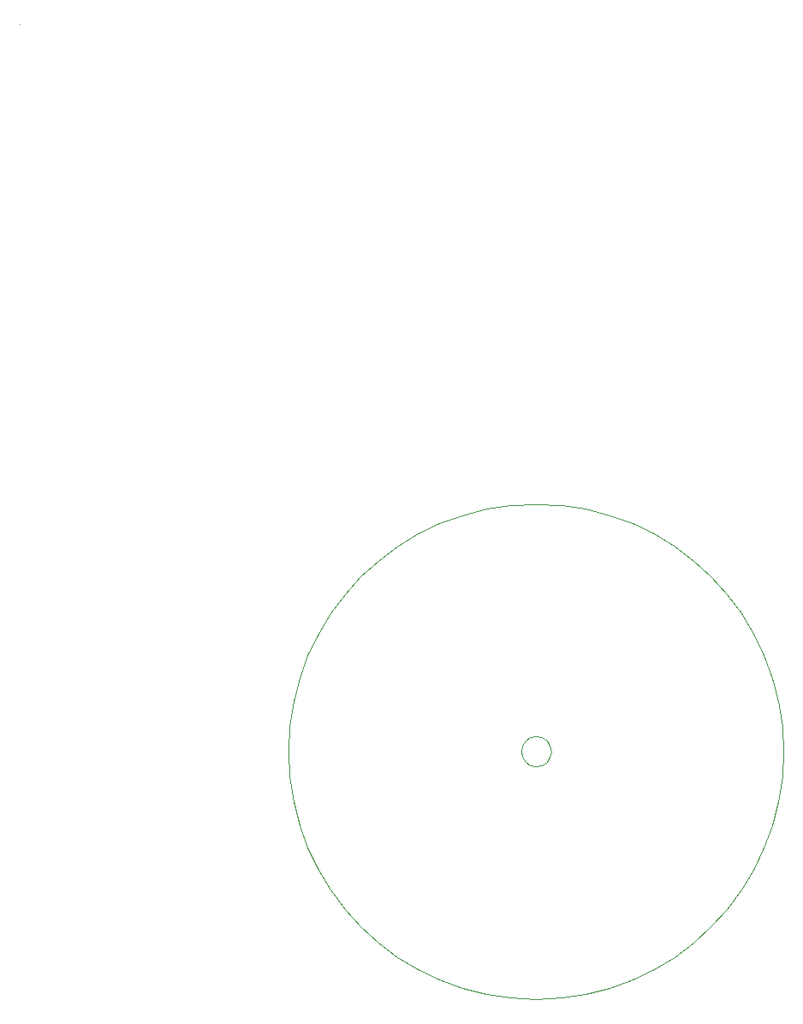
<source format=gbr>
G04 #@! TF.FileFunction,Profile,NP*
%FSLAX46Y46*%
G04 Gerber Fmt 4.6, Leading zero omitted, Abs format (unit mm)*
G04 Created by KiCad (PCBNEW 4.0.2+dfsg1-stable) date ma  8. lokakuuta 2018 00.44.36*
%MOMM*%
G01*
G04 APERTURE LIST*
%ADD10C,0.100000*%
G04 APERTURE END LIST*
D10*
X52560261Y-47403601D02*
X52560261Y-47403601D01*
X52443236Y-46823953D02*
X52560261Y-47403601D01*
X52124097Y-46350606D02*
X52443236Y-46823953D01*
X51650750Y-46031466D02*
X52124097Y-46350606D01*
X51071101Y-45914441D02*
X51650750Y-46031466D01*
X50491453Y-46031466D02*
X51071101Y-45914441D01*
X50018106Y-46350606D02*
X50491453Y-46031466D01*
X49698966Y-46823953D02*
X50018106Y-46350606D01*
X49581941Y-47403601D02*
X49698966Y-46823953D01*
X49698966Y-47983250D02*
X49581941Y-47403601D01*
X50018106Y-48456597D02*
X49698966Y-47983250D01*
X50491453Y-48775736D02*
X50018106Y-48456597D01*
X51071101Y-48892761D02*
X50491453Y-48775736D01*
X51650750Y-48775736D02*
X51071101Y-48892761D01*
X52124096Y-48456596D02*
X51650750Y-48775736D01*
X52443236Y-47983250D02*
X52124096Y-48456596D01*
X52560261Y-47403601D02*
X52443236Y-47983250D01*
X26571091Y-47417715D02*
X26571091Y-47417715D01*
X26697509Y-44914174D02*
X26571091Y-47417715D01*
X27068558Y-42482953D02*
X26697509Y-44914174D01*
X27671929Y-40136358D02*
X27068558Y-42482953D01*
X28495314Y-37886699D02*
X27671929Y-40136358D01*
X29526407Y-35746282D02*
X28495314Y-37886699D01*
X30752898Y-33727417D02*
X29526407Y-35746282D01*
X32162480Y-31842411D02*
X30752898Y-33727417D01*
X33742844Y-30103571D02*
X32162480Y-31842411D01*
X35481684Y-28523206D02*
X33742844Y-30103571D01*
X37366691Y-27113624D02*
X35481684Y-28523206D01*
X39385556Y-25887133D02*
X37366691Y-27113624D01*
X41525973Y-24856041D02*
X39385556Y-25887133D01*
X43775632Y-24032655D02*
X41525973Y-24856041D01*
X46122226Y-23429284D02*
X43775632Y-24032655D01*
X48553448Y-23058235D02*
X46122226Y-23429284D01*
X51056989Y-22931817D02*
X48553448Y-23058235D01*
X53560530Y-23058236D02*
X51056989Y-22931817D01*
X55991751Y-23429284D02*
X53560530Y-23058236D01*
X58338347Y-24032655D02*
X55991751Y-23429284D01*
X60588005Y-24856041D02*
X58338347Y-24032655D01*
X62728423Y-25887133D02*
X60588005Y-24856041D01*
X64747289Y-27113624D02*
X62728423Y-25887133D01*
X66632293Y-28523206D02*
X64747289Y-27113624D01*
X68371135Y-30103571D02*
X66632293Y-28523206D01*
X69951498Y-31842411D02*
X68371135Y-30103571D01*
X71361079Y-33727417D02*
X69951498Y-31842411D01*
X72587572Y-35746282D02*
X71361079Y-33727417D01*
X73618665Y-37886699D02*
X72587572Y-35746282D01*
X74442048Y-40136358D02*
X73618665Y-37886699D01*
X75045420Y-42482953D02*
X74442048Y-40136358D01*
X75416468Y-44914174D02*
X75045420Y-42482953D01*
X75542887Y-47417715D02*
X75416468Y-44914174D01*
X75416468Y-49921256D02*
X75542887Y-47417715D01*
X75045420Y-52352479D02*
X75416468Y-49921256D01*
X74442051Y-54699072D02*
X75045420Y-52352479D01*
X73618665Y-56948733D02*
X74442051Y-54699072D01*
X72587569Y-59089148D02*
X73618665Y-56948733D01*
X71361079Y-61108014D02*
X72587569Y-59089148D01*
X69951498Y-62993021D02*
X71361079Y-61108014D01*
X68371132Y-64731860D02*
X69951498Y-62993021D01*
X66632293Y-66312225D02*
X68371132Y-64731860D01*
X64747286Y-67721807D02*
X66632293Y-66312225D01*
X62728423Y-68948297D02*
X64747286Y-67721807D01*
X60588005Y-69979390D02*
X62728423Y-68948297D01*
X58338347Y-70802773D02*
X60588005Y-69979390D01*
X55991751Y-71406145D02*
X58338347Y-70802773D01*
X53560530Y-71777193D02*
X55991751Y-71406145D01*
X51056989Y-71903612D02*
X53560530Y-71777193D01*
X48553448Y-71777193D02*
X51056989Y-71903612D01*
X46122227Y-71406145D02*
X48553448Y-71777193D01*
X43775632Y-70802776D02*
X46122227Y-71406145D01*
X41525973Y-69979390D02*
X43775632Y-70802776D01*
X39385557Y-68948294D02*
X41525973Y-69979390D01*
X37366691Y-67721804D02*
X39385557Y-68948294D01*
X35481684Y-66312225D02*
X37366691Y-67721804D01*
X33742845Y-64731860D02*
X35481684Y-66312225D01*
X32162480Y-62993021D02*
X33742845Y-64731860D01*
X30752898Y-61108014D02*
X32162480Y-62993021D01*
X29526407Y-59089148D02*
X30752898Y-61108014D01*
X28495315Y-56948730D02*
X29526407Y-59089148D01*
X27671929Y-54699072D02*
X28495315Y-56948730D01*
X27068558Y-52352479D02*
X27671929Y-54699072D01*
X26697509Y-49921256D02*
X27068558Y-52352479D01*
X26571091Y-47417715D02*
X26697509Y-49921256D01*
X26571091Y-47417715D02*
X26571091Y-47417715D01*
X26697509Y-44914174D02*
X26571091Y-47417715D01*
X27068558Y-42482953D02*
X26697509Y-44914174D01*
X27671929Y-40136358D02*
X27068558Y-42482953D01*
X28495314Y-37886699D02*
X27671929Y-40136358D01*
X29526407Y-35746282D02*
X28495314Y-37886699D01*
X30752898Y-33727417D02*
X29526407Y-35746282D01*
X32162480Y-31842411D02*
X30752898Y-33727417D01*
X33742844Y-30103571D02*
X32162480Y-31842411D01*
X35481684Y-28523206D02*
X33742844Y-30103571D01*
X37366691Y-27113624D02*
X35481684Y-28523206D01*
X39385556Y-25887133D02*
X37366691Y-27113624D01*
X41525973Y-24856041D02*
X39385556Y-25887133D01*
X43775632Y-24032655D02*
X41525973Y-24856041D01*
X46122226Y-23429284D02*
X43775632Y-24032655D01*
X48553448Y-23058235D02*
X46122226Y-23429284D01*
X51056989Y-22931817D02*
X48553448Y-23058235D01*
X53560530Y-23058236D02*
X51056989Y-22931817D01*
X55991751Y-23429284D02*
X53560530Y-23058236D01*
X58338347Y-24032655D02*
X55991751Y-23429284D01*
X60588005Y-24856041D02*
X58338347Y-24032655D01*
X62728423Y-25887133D02*
X60588005Y-24856041D01*
X64747289Y-27113624D02*
X62728423Y-25887133D01*
X66632293Y-28523206D02*
X64747289Y-27113624D01*
X68371135Y-30103571D02*
X66632293Y-28523206D01*
X69951498Y-31842411D02*
X68371135Y-30103571D01*
X71361079Y-33727417D02*
X69951498Y-31842411D01*
X72587572Y-35746282D02*
X71361079Y-33727417D01*
X73618665Y-37886699D02*
X72587572Y-35746282D01*
X74442048Y-40136358D02*
X73618665Y-37886699D01*
X75045420Y-42482953D02*
X74442048Y-40136358D01*
X75416468Y-44914174D02*
X75045420Y-42482953D01*
X75542887Y-47417715D02*
X75416468Y-44914174D01*
X75416468Y-49921256D02*
X75542887Y-47417715D01*
X75045420Y-52352479D02*
X75416468Y-49921256D01*
X74442051Y-54699072D02*
X75045420Y-52352479D01*
X73618665Y-56948733D02*
X74442051Y-54699072D01*
X72587569Y-59089148D02*
X73618665Y-56948733D01*
X71361079Y-61108014D02*
X72587569Y-59089148D01*
X69951498Y-62993021D02*
X71361079Y-61108014D01*
X68371132Y-64731860D02*
X69951498Y-62993021D01*
X66632293Y-66312225D02*
X68371132Y-64731860D01*
X64747286Y-67721807D02*
X66632293Y-66312225D01*
X62728423Y-68948297D02*
X64747286Y-67721807D01*
X60588005Y-69979390D02*
X62728423Y-68948297D01*
X58338347Y-70802773D02*
X60588005Y-69979390D01*
X55991751Y-71406145D02*
X58338347Y-70802773D01*
X53560530Y-71777193D02*
X55991751Y-71406145D01*
X51056989Y-71903612D02*
X53560530Y-71777193D01*
X48553448Y-71777193D02*
X51056989Y-71903612D01*
X46122227Y-71406145D02*
X48553448Y-71777193D01*
X43775632Y-70802776D02*
X46122227Y-71406145D01*
X41525973Y-69979390D02*
X43775632Y-70802776D01*
X39385557Y-68948294D02*
X41525973Y-69979390D01*
X37366691Y-67721804D02*
X39385557Y-68948294D01*
X35481684Y-66312225D02*
X37366691Y-67721804D01*
X33742845Y-64731860D02*
X35481684Y-66312225D01*
X32162480Y-62993021D02*
X33742845Y-64731860D01*
X30752898Y-61108014D02*
X32162480Y-62993021D01*
X29526407Y-59089148D02*
X30752898Y-61108014D01*
X28495315Y-56948730D02*
X29526407Y-59089148D01*
X27671929Y-54699072D02*
X28495315Y-56948730D01*
X27068558Y-52352479D02*
X27671929Y-54699072D01*
X26697509Y-49921256D02*
X27068558Y-52352479D01*
X26571091Y-47417715D02*
X26697509Y-49921256D01*
X-9Y24485885D02*
X-9Y24485885D01*
X-9Y24485885D02*
X-9Y24485885D01*
X-9Y24485885D02*
X-9Y24485885D01*
X-9Y24485885D02*
X-9Y24485885D01*
X-9Y24485885D02*
X-9Y24485885D01*
M02*

</source>
